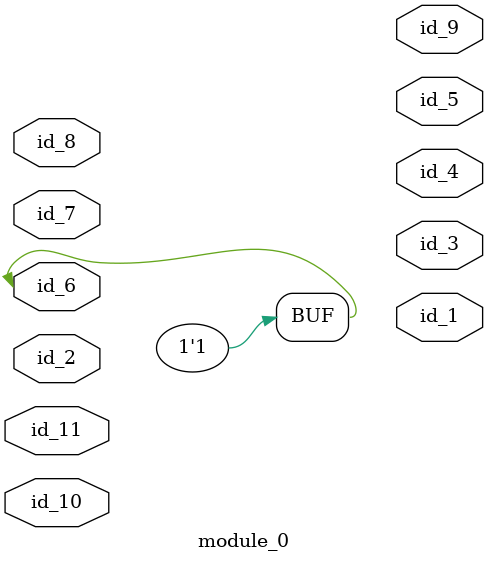
<source format=v>
module module_0 (
    id_1,
    id_2,
    id_3,
    id_4,
    id_5,
    id_6,
    id_7,
    id_8,
    id_9,
    id_10,
    id_11
);
  inout id_11;
  input id_10;
  output id_9;
  inout id_8;
  inout id_7;
  inout id_6;
  output id_5;
  output id_4;
  output id_3;
  input id_2;
  output id_1;
  assign id_6 = 1;
endmodule

</source>
